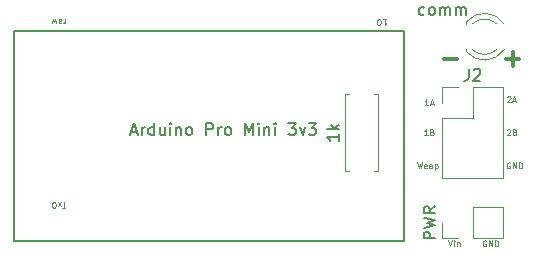
<source format=gbr>
G04 #@! TF.GenerationSoftware,KiCad,Pcbnew,5.1.9+dfsg1-1*
G04 #@! TF.CreationDate,2022-07-18T15:00:59-04:00*
G04 #@! TF.ProjectId,VS_robot_receiver,56535f72-6f62-46f7-945f-726563656976,rev?*
G04 #@! TF.SameCoordinates,Original*
G04 #@! TF.FileFunction,Legend,Top*
G04 #@! TF.FilePolarity,Positive*
%FSLAX46Y46*%
G04 Gerber Fmt 4.6, Leading zero omitted, Abs format (unit mm)*
G04 Created by KiCad (PCBNEW 5.1.9+dfsg1-1) date 2022-07-18 15:00:59*
%MOMM*%
%LPD*%
G01*
G04 APERTURE LIST*
%ADD10C,0.300000*%
%ADD11C,0.100000*%
%ADD12C,0.125000*%
%ADD13C,0.127000*%
%ADD14C,0.120000*%
%ADD15C,0.150000*%
G04 APERTURE END LIST*
D10*
X168235714Y-97643142D02*
X169378571Y-97643142D01*
X173521428Y-97643142D02*
X174664285Y-97643142D01*
X174092857Y-98214571D02*
X174092857Y-97071714D01*
D11*
X163095238Y-94273809D02*
X163380952Y-94273809D01*
X163238095Y-94273809D02*
X163238095Y-94773809D01*
X163285714Y-94702380D01*
X163333333Y-94654761D01*
X163380952Y-94630952D01*
X162785714Y-94773809D02*
X162738095Y-94773809D01*
X162690476Y-94750000D01*
X162666666Y-94726190D01*
X162642857Y-94678571D01*
X162619047Y-94583333D01*
X162619047Y-94464285D01*
X162642857Y-94369047D01*
X162666666Y-94321428D01*
X162690476Y-94297619D01*
X162738095Y-94273809D01*
X162785714Y-94273809D01*
X162833333Y-94297619D01*
X162857142Y-94321428D01*
X162880952Y-94369047D01*
X162904761Y-94464285D01*
X162904761Y-94583333D01*
X162880952Y-94678571D01*
X162857142Y-94726190D01*
X162833333Y-94750000D01*
X162785714Y-94773809D01*
X136219333Y-110255809D02*
X135933619Y-110255809D01*
X136076476Y-109755809D02*
X136076476Y-110255809D01*
X135814571Y-109755809D02*
X135552666Y-110089142D01*
X135814571Y-110089142D02*
X135552666Y-109755809D01*
X135266952Y-110255809D02*
X135219333Y-110255809D01*
X135171714Y-110232000D01*
X135147904Y-110208190D01*
X135124095Y-110160571D01*
X135100285Y-110065333D01*
X135100285Y-109946285D01*
X135124095Y-109851047D01*
X135147904Y-109803428D01*
X135171714Y-109779619D01*
X135219333Y-109755809D01*
X135266952Y-109755809D01*
X135314571Y-109779619D01*
X135338380Y-109803428D01*
X135362190Y-109851047D01*
X135386000Y-109946285D01*
X135386000Y-110065333D01*
X135362190Y-110160571D01*
X135338380Y-110208190D01*
X135314571Y-110232000D01*
X135266952Y-110255809D01*
X173632857Y-100865809D02*
X173656666Y-100842000D01*
X173704285Y-100818190D01*
X173823333Y-100818190D01*
X173870952Y-100842000D01*
X173894761Y-100865809D01*
X173918571Y-100913428D01*
X173918571Y-100961047D01*
X173894761Y-101032476D01*
X173609047Y-101318190D01*
X173918571Y-101318190D01*
X174109047Y-101175333D02*
X174347142Y-101175333D01*
X174061428Y-101318190D02*
X174228095Y-100818190D01*
X174394761Y-101318190D01*
X173597142Y-103659809D02*
X173620952Y-103636000D01*
X173668571Y-103612190D01*
X173787619Y-103612190D01*
X173835238Y-103636000D01*
X173859047Y-103659809D01*
X173882857Y-103707428D01*
X173882857Y-103755047D01*
X173859047Y-103826476D01*
X173573333Y-104112190D01*
X173882857Y-104112190D01*
X174263809Y-103850285D02*
X174335238Y-103874095D01*
X174359047Y-103897904D01*
X174382857Y-103945523D01*
X174382857Y-104016952D01*
X174359047Y-104064571D01*
X174335238Y-104088380D01*
X174287619Y-104112190D01*
X174097142Y-104112190D01*
X174097142Y-103612190D01*
X174263809Y-103612190D01*
X174311428Y-103636000D01*
X174335238Y-103659809D01*
X174359047Y-103707428D01*
X174359047Y-103755047D01*
X174335238Y-103802666D01*
X174311428Y-103826476D01*
X174263809Y-103850285D01*
X174097142Y-103850285D01*
X171831047Y-113034000D02*
X171783428Y-113010190D01*
X171712000Y-113010190D01*
X171640571Y-113034000D01*
X171592952Y-113081619D01*
X171569142Y-113129238D01*
X171545333Y-113224476D01*
X171545333Y-113295904D01*
X171569142Y-113391142D01*
X171592952Y-113438761D01*
X171640571Y-113486380D01*
X171712000Y-113510190D01*
X171759619Y-113510190D01*
X171831047Y-113486380D01*
X171854857Y-113462571D01*
X171854857Y-113295904D01*
X171759619Y-113295904D01*
X172069142Y-113510190D02*
X172069142Y-113010190D01*
X172354857Y-113510190D01*
X172354857Y-113010190D01*
X172592952Y-113510190D02*
X172592952Y-113010190D01*
X172712000Y-113010190D01*
X172783428Y-113034000D01*
X172831047Y-113081619D01*
X172854857Y-113129238D01*
X172878666Y-113224476D01*
X172878666Y-113295904D01*
X172854857Y-113391142D01*
X172831047Y-113438761D01*
X172783428Y-113486380D01*
X172712000Y-113510190D01*
X172592952Y-113510190D01*
X173863047Y-106430000D02*
X173815428Y-106406190D01*
X173744000Y-106406190D01*
X173672571Y-106430000D01*
X173624952Y-106477619D01*
X173601142Y-106525238D01*
X173577333Y-106620476D01*
X173577333Y-106691904D01*
X173601142Y-106787142D01*
X173624952Y-106834761D01*
X173672571Y-106882380D01*
X173744000Y-106906190D01*
X173791619Y-106906190D01*
X173863047Y-106882380D01*
X173886857Y-106858571D01*
X173886857Y-106691904D01*
X173791619Y-106691904D01*
X174101142Y-106906190D02*
X174101142Y-106406190D01*
X174386857Y-106906190D01*
X174386857Y-106406190D01*
X174624952Y-106906190D02*
X174624952Y-106406190D01*
X174744000Y-106406190D01*
X174815428Y-106430000D01*
X174863047Y-106477619D01*
X174886857Y-106525238D01*
X174910666Y-106620476D01*
X174910666Y-106691904D01*
X174886857Y-106787142D01*
X174863047Y-106834761D01*
X174815428Y-106882380D01*
X174744000Y-106906190D01*
X174624952Y-106906190D01*
X168652095Y-113010190D02*
X168818761Y-113510190D01*
X168985428Y-113010190D01*
X169152095Y-113510190D02*
X169152095Y-113176857D01*
X169152095Y-113010190D02*
X169128285Y-113034000D01*
X169152095Y-113057809D01*
X169175904Y-113034000D01*
X169152095Y-113010190D01*
X169152095Y-113057809D01*
X169390190Y-113176857D02*
X169390190Y-113510190D01*
X169390190Y-113224476D02*
X169414000Y-113200666D01*
X169461619Y-113176857D01*
X169533047Y-113176857D01*
X169580666Y-113200666D01*
X169604476Y-113248285D01*
X169604476Y-113510190D01*
D12*
X166892857Y-104112190D02*
X166607142Y-104112190D01*
X166750000Y-104112190D02*
X166750000Y-103612190D01*
X166702380Y-103683619D01*
X166654761Y-103731238D01*
X166607142Y-103755047D01*
X167273809Y-103850285D02*
X167345238Y-103874095D01*
X167369047Y-103897904D01*
X167392857Y-103945523D01*
X167392857Y-104016952D01*
X167369047Y-104064571D01*
X167345238Y-104088380D01*
X167297619Y-104112190D01*
X167107142Y-104112190D01*
X167107142Y-103612190D01*
X167273809Y-103612190D01*
X167321428Y-103636000D01*
X167345238Y-103659809D01*
X167369047Y-103707428D01*
X167369047Y-103755047D01*
X167345238Y-103802666D01*
X167321428Y-103826476D01*
X167273809Y-103850285D01*
X167107142Y-103850285D01*
D11*
X166928571Y-101572190D02*
X166642857Y-101572190D01*
X166785714Y-101572190D02*
X166785714Y-101072190D01*
X166738095Y-101143619D01*
X166690476Y-101191238D01*
X166642857Y-101215047D01*
X167119047Y-101429333D02*
X167357142Y-101429333D01*
X167071428Y-101572190D02*
X167238095Y-101072190D01*
X167404761Y-101572190D01*
X165997047Y-106406190D02*
X166116095Y-106906190D01*
X166211333Y-106549047D01*
X166306571Y-106906190D01*
X166425619Y-106406190D01*
X166806571Y-106882380D02*
X166758952Y-106906190D01*
X166663714Y-106906190D01*
X166616095Y-106882380D01*
X166592285Y-106834761D01*
X166592285Y-106644285D01*
X166616095Y-106596666D01*
X166663714Y-106572857D01*
X166758952Y-106572857D01*
X166806571Y-106596666D01*
X166830380Y-106644285D01*
X166830380Y-106691904D01*
X166592285Y-106739523D01*
X167258952Y-106906190D02*
X167258952Y-106644285D01*
X167235142Y-106596666D01*
X167187523Y-106572857D01*
X167092285Y-106572857D01*
X167044666Y-106596666D01*
X167258952Y-106882380D02*
X167211333Y-106906190D01*
X167092285Y-106906190D01*
X167044666Y-106882380D01*
X167020857Y-106834761D01*
X167020857Y-106787142D01*
X167044666Y-106739523D01*
X167092285Y-106715714D01*
X167211333Y-106715714D01*
X167258952Y-106691904D01*
X167497047Y-106572857D02*
X167497047Y-107072857D01*
X167497047Y-106596666D02*
X167544666Y-106572857D01*
X167639904Y-106572857D01*
X167687523Y-106596666D01*
X167711333Y-106620476D01*
X167735142Y-106668095D01*
X167735142Y-106810952D01*
X167711333Y-106858571D01*
X167687523Y-106882380D01*
X167639904Y-106906190D01*
X167544666Y-106906190D01*
X167497047Y-106882380D01*
X136159809Y-94261809D02*
X136159809Y-94595142D01*
X136159809Y-94499904D02*
X136136000Y-94547523D01*
X136112190Y-94571333D01*
X136064571Y-94595142D01*
X136016952Y-94595142D01*
X135636000Y-94261809D02*
X135636000Y-94523714D01*
X135659809Y-94571333D01*
X135707428Y-94595142D01*
X135802666Y-94595142D01*
X135850285Y-94571333D01*
X135636000Y-94285619D02*
X135683619Y-94261809D01*
X135802666Y-94261809D01*
X135850285Y-94285619D01*
X135874095Y-94333238D01*
X135874095Y-94380857D01*
X135850285Y-94428476D01*
X135802666Y-94452285D01*
X135683619Y-94452285D01*
X135636000Y-94476095D01*
X135445523Y-94595142D02*
X135350285Y-94261809D01*
X135255047Y-94499904D01*
X135159809Y-94261809D01*
X135064571Y-94595142D01*
D13*
X131826000Y-95250000D02*
X131826000Y-113030000D01*
X164846000Y-95250000D02*
X131826000Y-95250000D01*
X164846000Y-113030000D02*
X164846000Y-95250000D01*
X131826000Y-113030000D02*
X164846000Y-113030000D01*
D14*
X170144000Y-94522000D02*
X170144000Y-94678000D01*
X170144000Y-96838000D02*
X170144000Y-96994000D01*
X173376335Y-94679392D02*
G75*
G03*
X170144000Y-94522484I-1672335J-1078608D01*
G01*
X173376335Y-96836608D02*
G75*
G02*
X170144000Y-96993516I-1672335J1078608D01*
G01*
X172745130Y-94678163D02*
G75*
G03*
X170663039Y-94678000I-1041130J-1079837D01*
G01*
X172745130Y-96837837D02*
G75*
G02*
X170663039Y-96838000I-1041130J1079837D01*
G01*
X173288000Y-112836000D02*
X173288000Y-110176000D01*
X170688000Y-112836000D02*
X173288000Y-112836000D01*
X170688000Y-110176000D02*
X173288000Y-110176000D01*
X170688000Y-112836000D02*
X170688000Y-110176000D01*
X169418000Y-112836000D02*
X168088000Y-112836000D01*
X168088000Y-112836000D02*
X168088000Y-111506000D01*
X168088000Y-107756000D02*
X173288000Y-107756000D01*
X168088000Y-102616000D02*
X168088000Y-107756000D01*
X173288000Y-100016000D02*
X173288000Y-107756000D01*
X168088000Y-102616000D02*
X170688000Y-102616000D01*
X170688000Y-102616000D02*
X170688000Y-100016000D01*
X170688000Y-100016000D02*
X173288000Y-100016000D01*
X168088000Y-101346000D02*
X168088000Y-100016000D01*
X168088000Y-100016000D02*
X169418000Y-100016000D01*
X160250000Y-107156000D02*
X159920000Y-107156000D01*
X159920000Y-107156000D02*
X159920000Y-100616000D01*
X159920000Y-100616000D02*
X160250000Y-100616000D01*
X162330000Y-107156000D02*
X162660000Y-107156000D01*
X162660000Y-107156000D02*
X162660000Y-100616000D01*
X162660000Y-100616000D02*
X162330000Y-100616000D01*
D15*
X141772666Y-103798666D02*
X142248857Y-103798666D01*
X141677428Y-104084380D02*
X142010761Y-103084380D01*
X142344095Y-104084380D01*
X142677428Y-104084380D02*
X142677428Y-103417714D01*
X142677428Y-103608190D02*
X142725047Y-103512952D01*
X142772666Y-103465333D01*
X142867904Y-103417714D01*
X142963142Y-103417714D01*
X143725047Y-104084380D02*
X143725047Y-103084380D01*
X143725047Y-104036761D02*
X143629809Y-104084380D01*
X143439333Y-104084380D01*
X143344095Y-104036761D01*
X143296476Y-103989142D01*
X143248857Y-103893904D01*
X143248857Y-103608190D01*
X143296476Y-103512952D01*
X143344095Y-103465333D01*
X143439333Y-103417714D01*
X143629809Y-103417714D01*
X143725047Y-103465333D01*
X144629809Y-103417714D02*
X144629809Y-104084380D01*
X144201238Y-103417714D02*
X144201238Y-103941523D01*
X144248857Y-104036761D01*
X144344095Y-104084380D01*
X144486952Y-104084380D01*
X144582190Y-104036761D01*
X144629809Y-103989142D01*
X145106000Y-104084380D02*
X145106000Y-103417714D01*
X145106000Y-103084380D02*
X145058380Y-103132000D01*
X145106000Y-103179619D01*
X145153619Y-103132000D01*
X145106000Y-103084380D01*
X145106000Y-103179619D01*
X145582190Y-103417714D02*
X145582190Y-104084380D01*
X145582190Y-103512952D02*
X145629809Y-103465333D01*
X145725047Y-103417714D01*
X145867904Y-103417714D01*
X145963142Y-103465333D01*
X146010761Y-103560571D01*
X146010761Y-104084380D01*
X146629809Y-104084380D02*
X146534571Y-104036761D01*
X146486952Y-103989142D01*
X146439333Y-103893904D01*
X146439333Y-103608190D01*
X146486952Y-103512952D01*
X146534571Y-103465333D01*
X146629809Y-103417714D01*
X146772666Y-103417714D01*
X146867904Y-103465333D01*
X146915523Y-103512952D01*
X146963142Y-103608190D01*
X146963142Y-103893904D01*
X146915523Y-103989142D01*
X146867904Y-104036761D01*
X146772666Y-104084380D01*
X146629809Y-104084380D01*
X148153619Y-104084380D02*
X148153619Y-103084380D01*
X148534571Y-103084380D01*
X148629809Y-103132000D01*
X148677428Y-103179619D01*
X148725047Y-103274857D01*
X148725047Y-103417714D01*
X148677428Y-103512952D01*
X148629809Y-103560571D01*
X148534571Y-103608190D01*
X148153619Y-103608190D01*
X149153619Y-104084380D02*
X149153619Y-103417714D01*
X149153619Y-103608190D02*
X149201238Y-103512952D01*
X149248857Y-103465333D01*
X149344095Y-103417714D01*
X149439333Y-103417714D01*
X149915523Y-104084380D02*
X149820285Y-104036761D01*
X149772666Y-103989142D01*
X149725047Y-103893904D01*
X149725047Y-103608190D01*
X149772666Y-103512952D01*
X149820285Y-103465333D01*
X149915523Y-103417714D01*
X150058380Y-103417714D01*
X150153619Y-103465333D01*
X150201238Y-103512952D01*
X150248857Y-103608190D01*
X150248857Y-103893904D01*
X150201238Y-103989142D01*
X150153619Y-104036761D01*
X150058380Y-104084380D01*
X149915523Y-104084380D01*
X151439333Y-104084380D02*
X151439333Y-103084380D01*
X151772666Y-103798666D01*
X152106000Y-103084380D01*
X152106000Y-104084380D01*
X152582190Y-104084380D02*
X152582190Y-103417714D01*
X152582190Y-103084380D02*
X152534571Y-103132000D01*
X152582190Y-103179619D01*
X152629809Y-103132000D01*
X152582190Y-103084380D01*
X152582190Y-103179619D01*
X153058380Y-103417714D02*
X153058380Y-104084380D01*
X153058380Y-103512952D02*
X153106000Y-103465333D01*
X153201238Y-103417714D01*
X153344095Y-103417714D01*
X153439333Y-103465333D01*
X153486952Y-103560571D01*
X153486952Y-104084380D01*
X153963142Y-104084380D02*
X153963142Y-103417714D01*
X153963142Y-103084380D02*
X153915523Y-103132000D01*
X153963142Y-103179619D01*
X154010761Y-103132000D01*
X153963142Y-103084380D01*
X153963142Y-103179619D01*
X155106000Y-103084380D02*
X155725047Y-103084380D01*
X155391714Y-103465333D01*
X155534571Y-103465333D01*
X155629809Y-103512952D01*
X155677428Y-103560571D01*
X155725047Y-103655809D01*
X155725047Y-103893904D01*
X155677428Y-103989142D01*
X155629809Y-104036761D01*
X155534571Y-104084380D01*
X155248857Y-104084380D01*
X155153619Y-104036761D01*
X155106000Y-103989142D01*
X156058380Y-103417714D02*
X156296476Y-104084380D01*
X156534571Y-103417714D01*
X156820285Y-103084380D02*
X157439333Y-103084380D01*
X157106000Y-103465333D01*
X157248857Y-103465333D01*
X157344095Y-103512952D01*
X157391714Y-103560571D01*
X157439333Y-103655809D01*
X157439333Y-103893904D01*
X157391714Y-103989142D01*
X157344095Y-104036761D01*
X157248857Y-104084380D01*
X156963142Y-104084380D01*
X156867904Y-104036761D01*
X156820285Y-103989142D01*
X166600380Y-93876761D02*
X166505142Y-93924380D01*
X166314666Y-93924380D01*
X166219428Y-93876761D01*
X166171809Y-93829142D01*
X166124190Y-93733904D01*
X166124190Y-93448190D01*
X166171809Y-93352952D01*
X166219428Y-93305333D01*
X166314666Y-93257714D01*
X166505142Y-93257714D01*
X166600380Y-93305333D01*
X167171809Y-93924380D02*
X167076571Y-93876761D01*
X167028952Y-93829142D01*
X166981333Y-93733904D01*
X166981333Y-93448190D01*
X167028952Y-93352952D01*
X167076571Y-93305333D01*
X167171809Y-93257714D01*
X167314666Y-93257714D01*
X167409904Y-93305333D01*
X167457523Y-93352952D01*
X167505142Y-93448190D01*
X167505142Y-93733904D01*
X167457523Y-93829142D01*
X167409904Y-93876761D01*
X167314666Y-93924380D01*
X167171809Y-93924380D01*
X167933714Y-93924380D02*
X167933714Y-93257714D01*
X167933714Y-93352952D02*
X167981333Y-93305333D01*
X168076571Y-93257714D01*
X168219428Y-93257714D01*
X168314666Y-93305333D01*
X168362285Y-93400571D01*
X168362285Y-93924380D01*
X168362285Y-93400571D02*
X168409904Y-93305333D01*
X168505142Y-93257714D01*
X168648000Y-93257714D01*
X168743238Y-93305333D01*
X168790857Y-93400571D01*
X168790857Y-93924380D01*
X169267047Y-93924380D02*
X169267047Y-93257714D01*
X169267047Y-93352952D02*
X169314666Y-93305333D01*
X169409904Y-93257714D01*
X169552761Y-93257714D01*
X169648000Y-93305333D01*
X169695619Y-93400571D01*
X169695619Y-93924380D01*
X169695619Y-93400571D02*
X169743238Y-93305333D01*
X169838476Y-93257714D01*
X169981333Y-93257714D01*
X170076571Y-93305333D01*
X170124190Y-93400571D01*
X170124190Y-93924380D01*
X167540380Y-112839333D02*
X166540380Y-112839333D01*
X166540380Y-112458380D01*
X166588000Y-112363142D01*
X166635619Y-112315523D01*
X166730857Y-112267904D01*
X166873714Y-112267904D01*
X166968952Y-112315523D01*
X167016571Y-112363142D01*
X167064190Y-112458380D01*
X167064190Y-112839333D01*
X166540380Y-111934571D02*
X167540380Y-111696476D01*
X166826095Y-111506000D01*
X167540380Y-111315523D01*
X166540380Y-111077428D01*
X167540380Y-110125047D02*
X167064190Y-110458380D01*
X167540380Y-110696476D02*
X166540380Y-110696476D01*
X166540380Y-110315523D01*
X166588000Y-110220285D01*
X166635619Y-110172666D01*
X166730857Y-110125047D01*
X166873714Y-110125047D01*
X166968952Y-110172666D01*
X167016571Y-110220285D01*
X167064190Y-110315523D01*
X167064190Y-110696476D01*
X170354666Y-98468380D02*
X170354666Y-99182666D01*
X170307047Y-99325523D01*
X170211809Y-99420761D01*
X170068952Y-99468380D01*
X169973714Y-99468380D01*
X170783238Y-98563619D02*
X170830857Y-98516000D01*
X170926095Y-98468380D01*
X171164190Y-98468380D01*
X171259428Y-98516000D01*
X171307047Y-98563619D01*
X171354666Y-98658857D01*
X171354666Y-98754095D01*
X171307047Y-98896952D01*
X170735619Y-99468380D01*
X171354666Y-99468380D01*
X159372380Y-104005047D02*
X159372380Y-104576476D01*
X159372380Y-104290761D02*
X158372380Y-104290761D01*
X158515238Y-104386000D01*
X158610476Y-104481238D01*
X158658095Y-104576476D01*
X159372380Y-103576476D02*
X158372380Y-103576476D01*
X158991428Y-103481238D02*
X159372380Y-103195523D01*
X158705714Y-103195523D02*
X159086666Y-103576476D01*
M02*

</source>
